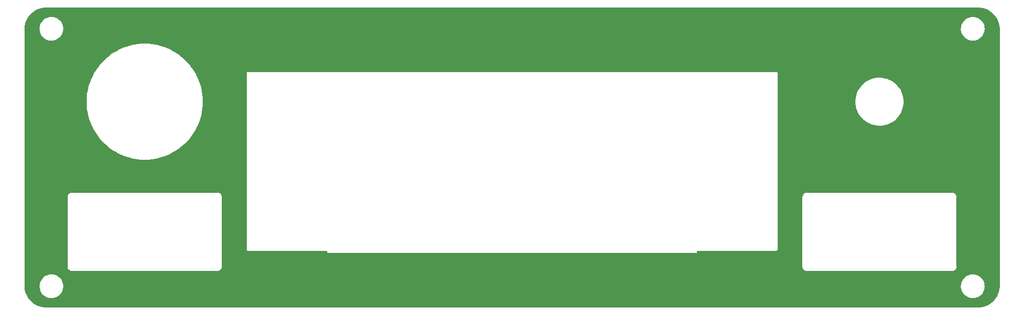
<source format=gbr>
%TF.GenerationSoftware,KiCad,Pcbnew,6.0.1-79c1e3a40b~116~ubuntu18.04.1*%
%TF.CreationDate,2022-01-19T06:10:36+01:00*%
%TF.ProjectId,ss_frontpanel_outer_plate_Al,73735f66-726f-46e7-9470-616e656c5f6f,rev?*%
%TF.SameCoordinates,Original*%
%TF.FileFunction,Copper,L1,Top*%
%TF.FilePolarity,Positive*%
%FSLAX46Y46*%
G04 Gerber Fmt 4.6, Leading zero omitted, Abs format (unit mm)*
G04 Created by KiCad (PCBNEW 6.0.1-79c1e3a40b~116~ubuntu18.04.1) date 2022-01-19 06:10:36*
%MOMM*%
%LPD*%
G01*
G04 APERTURE LIST*
G04 APERTURE END LIST*
%TA.AperFunction,NonConductor*%
G36*
X228594190Y-49071590D02*
G01*
X228601973Y-49073379D01*
X228609642Y-49075143D01*
X228616505Y-49073590D01*
X228616507Y-49073590D01*
X228619214Y-49072977D01*
X228620050Y-49072788D01*
X228636910Y-49071322D01*
X228968619Y-49087617D01*
X228974714Y-49088218D01*
X229326856Y-49140453D01*
X229332862Y-49141648D01*
X229507185Y-49185314D01*
X229678175Y-49228145D01*
X229684045Y-49229926D01*
X230019212Y-49349851D01*
X230024878Y-49352198D01*
X230346677Y-49504398D01*
X230352086Y-49507289D01*
X230657422Y-49690300D01*
X230662522Y-49693708D01*
X230717153Y-49734225D01*
X230948445Y-49905763D01*
X230953181Y-49909650D01*
X231216948Y-50148715D01*
X231221285Y-50153052D01*
X231460350Y-50416819D01*
X231464241Y-50421560D01*
X231676292Y-50707478D01*
X231679700Y-50712578D01*
X231862711Y-51017914D01*
X231865602Y-51023323D01*
X232017802Y-51345122D01*
X232020149Y-51350788D01*
X232140074Y-51685955D01*
X232141855Y-51691825D01*
X232184686Y-51862815D01*
X232220969Y-52007662D01*
X232228351Y-52037134D01*
X232229547Y-52043144D01*
X232279844Y-52382219D01*
X232281782Y-52395282D01*
X232282383Y-52401381D01*
X232283339Y-52420837D01*
X232298656Y-52732638D01*
X232297142Y-52749707D01*
X232294857Y-52759642D01*
X232296410Y-52766505D01*
X232296410Y-52766507D01*
X232298459Y-52775561D01*
X232300000Y-52789354D01*
X232300000Y-96080184D01*
X232298410Y-96094190D01*
X232294857Y-96109642D01*
X232296410Y-96116505D01*
X232296410Y-96116507D01*
X232297212Y-96120049D01*
X232298678Y-96136910D01*
X232283339Y-96449163D01*
X232282383Y-96468614D01*
X232281782Y-96474714D01*
X232275993Y-96513747D01*
X232229548Y-96826851D01*
X232228352Y-96832862D01*
X232187876Y-96994449D01*
X232141855Y-97178175D01*
X232140074Y-97184045D01*
X232020149Y-97519212D01*
X232017802Y-97524878D01*
X231865602Y-97846677D01*
X231862711Y-97852086D01*
X231679700Y-98157422D01*
X231676292Y-98162522D01*
X231464241Y-98448440D01*
X231460350Y-98453181D01*
X231221285Y-98716948D01*
X231216948Y-98721285D01*
X230953181Y-98960350D01*
X230948445Y-98964237D01*
X230838457Y-99045810D01*
X230662522Y-99176292D01*
X230657422Y-99179700D01*
X230352086Y-99362711D01*
X230346677Y-99365602D01*
X230024878Y-99517802D01*
X230019212Y-99520149D01*
X229684045Y-99640074D01*
X229678175Y-99641855D01*
X229507185Y-99684686D01*
X229332862Y-99728352D01*
X229326856Y-99729547D01*
X228974714Y-99781782D01*
X228968619Y-99782383D01*
X228637359Y-99798656D01*
X228620293Y-99797142D01*
X228610358Y-99794857D01*
X228603495Y-99796410D01*
X228603493Y-99796410D01*
X228594439Y-99798459D01*
X228580646Y-99800000D01*
X71419816Y-99800000D01*
X71405810Y-99798410D01*
X71397220Y-99796435D01*
X71390358Y-99794857D01*
X71383495Y-99796410D01*
X71383493Y-99796410D01*
X71380786Y-99797023D01*
X71379950Y-99797212D01*
X71363090Y-99798678D01*
X71031381Y-99782383D01*
X71025286Y-99781782D01*
X70673144Y-99729547D01*
X70667138Y-99728352D01*
X70492815Y-99684686D01*
X70321825Y-99641855D01*
X70315955Y-99640074D01*
X69980788Y-99520149D01*
X69975122Y-99517802D01*
X69653323Y-99365602D01*
X69647914Y-99362711D01*
X69342578Y-99179700D01*
X69337478Y-99176292D01*
X69161543Y-99045810D01*
X69051555Y-98964237D01*
X69046819Y-98960350D01*
X68783052Y-98721285D01*
X68778715Y-98716948D01*
X68539650Y-98453181D01*
X68535759Y-98448440D01*
X68323708Y-98162522D01*
X68320300Y-98157422D01*
X68137289Y-97852086D01*
X68134398Y-97846677D01*
X67982198Y-97524878D01*
X67979851Y-97519212D01*
X67859926Y-97184045D01*
X67858145Y-97178175D01*
X67812124Y-96994449D01*
X67771648Y-96832862D01*
X67770452Y-96826851D01*
X67724008Y-96513747D01*
X67718218Y-96474714D01*
X67717617Y-96468614D01*
X67716770Y-96451370D01*
X67702874Y-96168497D01*
X70244637Y-96168497D01*
X70260205Y-96451370D01*
X70315474Y-96729226D01*
X70316202Y-96731298D01*
X70316203Y-96731303D01*
X70362219Y-96862338D01*
X70409342Y-96996524D01*
X70439171Y-97053947D01*
X70505248Y-97181150D01*
X70539936Y-97247928D01*
X70704651Y-97478424D01*
X70900199Y-97683412D01*
X71122680Y-97858801D01*
X71367654Y-98001093D01*
X71630232Y-98107448D01*
X71905177Y-98175745D01*
X72002896Y-98185757D01*
X72145206Y-98200338D01*
X72145212Y-98200338D01*
X72146790Y-98200500D01*
X72322170Y-98200500D01*
X72349619Y-98198556D01*
X72530394Y-98185757D01*
X72530398Y-98185756D01*
X72532593Y-98185601D01*
X72534747Y-98185137D01*
X72534749Y-98185137D01*
X72600132Y-98171060D01*
X72809547Y-98125975D01*
X73075337Y-98027920D01*
X73077275Y-98026875D01*
X73077278Y-98026873D01*
X73322708Y-97894446D01*
X73324660Y-97893393D01*
X73552540Y-97725078D01*
X73754430Y-97526334D01*
X73823837Y-97435389D01*
X73924969Y-97302876D01*
X73924972Y-97302871D01*
X73926304Y-97301126D01*
X73957196Y-97245965D01*
X74063653Y-97055870D01*
X74064730Y-97053947D01*
X74166948Y-96789730D01*
X74230918Y-96513747D01*
X74236321Y-96451370D01*
X74255173Y-96233698D01*
X74255173Y-96233696D01*
X74255363Y-96231503D01*
X74251895Y-96168497D01*
X225744637Y-96168497D01*
X225760205Y-96451370D01*
X225815474Y-96729226D01*
X225816202Y-96731298D01*
X225816203Y-96731303D01*
X225862219Y-96862338D01*
X225909342Y-96996524D01*
X225939171Y-97053947D01*
X226005248Y-97181150D01*
X226039936Y-97247928D01*
X226204651Y-97478424D01*
X226400199Y-97683412D01*
X226622680Y-97858801D01*
X226867654Y-98001093D01*
X227130232Y-98107448D01*
X227405177Y-98175745D01*
X227502896Y-98185757D01*
X227645206Y-98200338D01*
X227645212Y-98200338D01*
X227646790Y-98200500D01*
X227822170Y-98200500D01*
X227849619Y-98198556D01*
X228030394Y-98185757D01*
X228030398Y-98185756D01*
X228032593Y-98185601D01*
X228034747Y-98185137D01*
X228034749Y-98185137D01*
X228100132Y-98171060D01*
X228309547Y-98125975D01*
X228575337Y-98027920D01*
X228577275Y-98026875D01*
X228577278Y-98026873D01*
X228822708Y-97894446D01*
X228824660Y-97893393D01*
X229052540Y-97725078D01*
X229254430Y-97526334D01*
X229323837Y-97435389D01*
X229424969Y-97302876D01*
X229424972Y-97302871D01*
X229426304Y-97301126D01*
X229457196Y-97245965D01*
X229563653Y-97055870D01*
X229564730Y-97053947D01*
X229666948Y-96789730D01*
X229730918Y-96513747D01*
X229736321Y-96451370D01*
X229755173Y-96233698D01*
X229755173Y-96233696D01*
X229755363Y-96231503D01*
X229739795Y-95948630D01*
X229684526Y-95670774D01*
X229662556Y-95608210D01*
X229591387Y-95405551D01*
X229591385Y-95405547D01*
X229590658Y-95403476D01*
X229460064Y-95152072D01*
X229295349Y-94921576D01*
X229099801Y-94716588D01*
X228877320Y-94541199D01*
X228632346Y-94398907D01*
X228369768Y-94292552D01*
X228094823Y-94224255D01*
X227976498Y-94212132D01*
X227854794Y-94199662D01*
X227854788Y-94199662D01*
X227853210Y-94199500D01*
X227677830Y-94199500D01*
X227650381Y-94201444D01*
X227469606Y-94214243D01*
X227469602Y-94214244D01*
X227467407Y-94214399D01*
X227465253Y-94214863D01*
X227465251Y-94214863D01*
X227422668Y-94224031D01*
X227190453Y-94274025D01*
X226924663Y-94372080D01*
X226922725Y-94373125D01*
X226922722Y-94373127D01*
X226872890Y-94400015D01*
X226675340Y-94506607D01*
X226447460Y-94674922D01*
X226245570Y-94873666D01*
X226176163Y-94964611D01*
X226075031Y-95097124D01*
X226075028Y-95097129D01*
X226073696Y-95098874D01*
X226072621Y-95100793D01*
X226072620Y-95100795D01*
X225974236Y-95276473D01*
X225935270Y-95346053D01*
X225833052Y-95610270D01*
X225769082Y-95886253D01*
X225768891Y-95888455D01*
X225768891Y-95888457D01*
X225744827Y-96166302D01*
X225744637Y-96168497D01*
X74251895Y-96168497D01*
X74239795Y-95948630D01*
X74184526Y-95670774D01*
X74162556Y-95608210D01*
X74091387Y-95405551D01*
X74091385Y-95405547D01*
X74090658Y-95403476D01*
X73960064Y-95152072D01*
X73795349Y-94921576D01*
X73599801Y-94716588D01*
X73377320Y-94541199D01*
X73132346Y-94398907D01*
X72869768Y-94292552D01*
X72594823Y-94224255D01*
X72476498Y-94212132D01*
X72354794Y-94199662D01*
X72354788Y-94199662D01*
X72353210Y-94199500D01*
X72177830Y-94199500D01*
X72150381Y-94201444D01*
X71969606Y-94214243D01*
X71969602Y-94214244D01*
X71967407Y-94214399D01*
X71965253Y-94214863D01*
X71965251Y-94214863D01*
X71922668Y-94224031D01*
X71690453Y-94274025D01*
X71424663Y-94372080D01*
X71422725Y-94373125D01*
X71422722Y-94373127D01*
X71372890Y-94400015D01*
X71175340Y-94506607D01*
X70947460Y-94674922D01*
X70745570Y-94873666D01*
X70676163Y-94964611D01*
X70575031Y-95097124D01*
X70575028Y-95097129D01*
X70573696Y-95098874D01*
X70572621Y-95100793D01*
X70572620Y-95100795D01*
X70474236Y-95276473D01*
X70435270Y-95346053D01*
X70333052Y-95610270D01*
X70269082Y-95886253D01*
X70268891Y-95888455D01*
X70268891Y-95888457D01*
X70244827Y-96166302D01*
X70244637Y-96168497D01*
X67702874Y-96168497D01*
X67701344Y-96137359D01*
X67702858Y-96120293D01*
X67705143Y-96110358D01*
X67703429Y-96102780D01*
X67701541Y-96094439D01*
X67700000Y-96080646D01*
X67700000Y-92900000D01*
X74994857Y-92900000D01*
X74995641Y-92903436D01*
X74997070Y-92909702D01*
X74998333Y-92917471D01*
X75010129Y-93037224D01*
X75011020Y-93040161D01*
X75042126Y-93142705D01*
X75050155Y-93169175D01*
X75115155Y-93290781D01*
X75202631Y-93397369D01*
X75309219Y-93484845D01*
X75311928Y-93486293D01*
X75311931Y-93486295D01*
X75358091Y-93510968D01*
X75430825Y-93549845D01*
X75433757Y-93550735D01*
X75433761Y-93550736D01*
X75536235Y-93581820D01*
X75562776Y-93589871D01*
X75565828Y-93590172D01*
X75565830Y-93590172D01*
X75681558Y-93601571D01*
X75689537Y-93602883D01*
X75699284Y-93605142D01*
X75700000Y-93605143D01*
X75715686Y-93601565D01*
X75729585Y-93600000D01*
X100269950Y-93600000D01*
X100284062Y-93601614D01*
X100295836Y-93604343D01*
X100295838Y-93604343D01*
X100299284Y-93605142D01*
X100300000Y-93605143D01*
X100309705Y-93602930D01*
X100317471Y-93601667D01*
X100434170Y-93590172D01*
X100434172Y-93590172D01*
X100437224Y-93589871D01*
X100463765Y-93581820D01*
X100566239Y-93550736D01*
X100566243Y-93550735D01*
X100569175Y-93549845D01*
X100641909Y-93510968D01*
X100688069Y-93486295D01*
X100688072Y-93486293D01*
X100690781Y-93484845D01*
X100797369Y-93397369D01*
X100884845Y-93290781D01*
X100949845Y-93169175D01*
X100957875Y-93142705D01*
X100988980Y-93040161D01*
X100989871Y-93037224D01*
X101001571Y-92918441D01*
X101002884Y-92910458D01*
X101003060Y-92909702D01*
X101005142Y-92900716D01*
X101005143Y-92900000D01*
X198994857Y-92900000D01*
X198995641Y-92903436D01*
X198997070Y-92909702D01*
X198998333Y-92917471D01*
X199010129Y-93037224D01*
X199011020Y-93040161D01*
X199042126Y-93142705D01*
X199050155Y-93169175D01*
X199115155Y-93290781D01*
X199202631Y-93397369D01*
X199309219Y-93484845D01*
X199311928Y-93486293D01*
X199311931Y-93486295D01*
X199358091Y-93510968D01*
X199430825Y-93549845D01*
X199433757Y-93550735D01*
X199433761Y-93550736D01*
X199536235Y-93581820D01*
X199562776Y-93589871D01*
X199565828Y-93590172D01*
X199565830Y-93590172D01*
X199681558Y-93601571D01*
X199689537Y-93602883D01*
X199699284Y-93605142D01*
X199700000Y-93605143D01*
X199715686Y-93601565D01*
X199729585Y-93600000D01*
X224269950Y-93600000D01*
X224284062Y-93601614D01*
X224295836Y-93604343D01*
X224295838Y-93604343D01*
X224299284Y-93605142D01*
X224300000Y-93605143D01*
X224309705Y-93602930D01*
X224317471Y-93601667D01*
X224434170Y-93590172D01*
X224434172Y-93590172D01*
X224437224Y-93589871D01*
X224463765Y-93581820D01*
X224566239Y-93550736D01*
X224566243Y-93550735D01*
X224569175Y-93549845D01*
X224641909Y-93510968D01*
X224688069Y-93486295D01*
X224688072Y-93486293D01*
X224690781Y-93484845D01*
X224797369Y-93397369D01*
X224884845Y-93290781D01*
X224949845Y-93169175D01*
X224957875Y-93142705D01*
X224988980Y-93040161D01*
X224989871Y-93037224D01*
X225001571Y-92918441D01*
X225002884Y-92910458D01*
X225003060Y-92909702D01*
X225005142Y-92900716D01*
X225005143Y-92900000D01*
X225001565Y-92884314D01*
X225000000Y-92870415D01*
X225000000Y-81130050D01*
X225001614Y-81115938D01*
X225004343Y-81104164D01*
X225004343Y-81104162D01*
X225005142Y-81100716D01*
X225005143Y-81100000D01*
X225002930Y-81090295D01*
X225001667Y-81082529D01*
X224990172Y-80965830D01*
X224990172Y-80965828D01*
X224989871Y-80962776D01*
X224978007Y-80923665D01*
X224950736Y-80833761D01*
X224950735Y-80833757D01*
X224949845Y-80830825D01*
X224884845Y-80709219D01*
X224797369Y-80602631D01*
X224690781Y-80515155D01*
X224688072Y-80513707D01*
X224688069Y-80513705D01*
X224641909Y-80489032D01*
X224569175Y-80450155D01*
X224566243Y-80449265D01*
X224566239Y-80449264D01*
X224440161Y-80411020D01*
X224440162Y-80411020D01*
X224437224Y-80410129D01*
X224434172Y-80409828D01*
X224434170Y-80409828D01*
X224318442Y-80398429D01*
X224310463Y-80397117D01*
X224300716Y-80394858D01*
X224300000Y-80394857D01*
X224284341Y-80398429D01*
X224284315Y-80398435D01*
X224270415Y-80400000D01*
X199730050Y-80400000D01*
X199715938Y-80398386D01*
X199704164Y-80395657D01*
X199704162Y-80395657D01*
X199700716Y-80394858D01*
X199700000Y-80394857D01*
X199690295Y-80397070D01*
X199682529Y-80398333D01*
X199565830Y-80409828D01*
X199565828Y-80409828D01*
X199562776Y-80410129D01*
X199559838Y-80411020D01*
X199559839Y-80411020D01*
X199433761Y-80449264D01*
X199433757Y-80449265D01*
X199430825Y-80450155D01*
X199358091Y-80489032D01*
X199311931Y-80513705D01*
X199311928Y-80513707D01*
X199309219Y-80515155D01*
X199202631Y-80602631D01*
X199115155Y-80709219D01*
X199050155Y-80830825D01*
X199049265Y-80833757D01*
X199049264Y-80833761D01*
X199021993Y-80923665D01*
X199010129Y-80962776D01*
X199009828Y-80965828D01*
X199009828Y-80965830D01*
X198998429Y-81081558D01*
X198997117Y-81089537D01*
X198994858Y-81099284D01*
X198994857Y-81100000D01*
X198995641Y-81103436D01*
X198998435Y-81115685D01*
X199000000Y-81129585D01*
X199000000Y-92869950D01*
X198998386Y-92884062D01*
X198995657Y-92895836D01*
X198994858Y-92899284D01*
X198994857Y-92900000D01*
X101005143Y-92900000D01*
X101001565Y-92884314D01*
X101000000Y-92870415D01*
X101000000Y-90045449D01*
X105199955Y-90045449D01*
X105203002Y-90051794D01*
X105203002Y-90051795D01*
X105206958Y-90060034D01*
X105211552Y-90073188D01*
X105215150Y-90088962D01*
X105219537Y-90094467D01*
X105225089Y-90101435D01*
X105232549Y-90113328D01*
X105239453Y-90127705D01*
X105244950Y-90132101D01*
X105244951Y-90132102D01*
X105252092Y-90137813D01*
X105261935Y-90147673D01*
X105272015Y-90160323D01*
X105278352Y-90163380D01*
X105278355Y-90163382D01*
X105286378Y-90167251D01*
X105298261Y-90174734D01*
X105310715Y-90184694D01*
X105317572Y-90186271D01*
X105317577Y-90186273D01*
X105326489Y-90188322D01*
X105339634Y-90192938D01*
X105354202Y-90199965D01*
X105375886Y-90199984D01*
X105377201Y-90199985D01*
X105377217Y-90199986D01*
X105377277Y-90200000D01*
X105394123Y-90200000D01*
X105445192Y-90200045D01*
X105445449Y-90200045D01*
X105445528Y-90200007D01*
X105445593Y-90200000D01*
X118737500Y-90200000D01*
X118781694Y-90218306D01*
X118800000Y-90262500D01*
X118800000Y-90394123D01*
X118799955Y-90445449D01*
X118803002Y-90451794D01*
X118803002Y-90451795D01*
X118806958Y-90460034D01*
X118811552Y-90473188D01*
X118815150Y-90488962D01*
X118819537Y-90494467D01*
X118825089Y-90501435D01*
X118832549Y-90513328D01*
X118839453Y-90527705D01*
X118844950Y-90532101D01*
X118844951Y-90532102D01*
X118852092Y-90537813D01*
X118861935Y-90547673D01*
X118872015Y-90560323D01*
X118878352Y-90563380D01*
X118878355Y-90563382D01*
X118886378Y-90567251D01*
X118898261Y-90574734D01*
X118910715Y-90584694D01*
X118917572Y-90586271D01*
X118917577Y-90586273D01*
X118926489Y-90588322D01*
X118939634Y-90592938D01*
X118954202Y-90599965D01*
X118975886Y-90599984D01*
X118977201Y-90599985D01*
X118977217Y-90599986D01*
X118977277Y-90600000D01*
X118994123Y-90600000D01*
X119045192Y-90600045D01*
X119045449Y-90600045D01*
X119045528Y-90600007D01*
X119045593Y-90600000D01*
X180994123Y-90600000D01*
X181038411Y-90600039D01*
X181038412Y-90600039D01*
X181045449Y-90600045D01*
X181051794Y-90596998D01*
X181051795Y-90596998D01*
X181060034Y-90593042D01*
X181073188Y-90588448D01*
X181073776Y-90588314D01*
X181088962Y-90584850D01*
X181101435Y-90574911D01*
X181113329Y-90567450D01*
X181127705Y-90560547D01*
X181132102Y-90555049D01*
X181137813Y-90547908D01*
X181147673Y-90538065D01*
X181147989Y-90537813D01*
X181160323Y-90527985D01*
X181163380Y-90521648D01*
X181163382Y-90521645D01*
X181167251Y-90513622D01*
X181174735Y-90501738D01*
X181174978Y-90501435D01*
X181184694Y-90489285D01*
X181186271Y-90482428D01*
X181186273Y-90482423D01*
X181188322Y-90473511D01*
X181192938Y-90460366D01*
X181193098Y-90460034D01*
X181199965Y-90445798D01*
X181199985Y-90422799D01*
X181199986Y-90422783D01*
X181200000Y-90422723D01*
X181200000Y-90405877D01*
X181200045Y-90354551D01*
X181200007Y-90354472D01*
X181200000Y-90354407D01*
X181200000Y-90262500D01*
X181218306Y-90218306D01*
X181262500Y-90200000D01*
X194594123Y-90200000D01*
X194638411Y-90200039D01*
X194638412Y-90200039D01*
X194645449Y-90200045D01*
X194651794Y-90196998D01*
X194651795Y-90196998D01*
X194660034Y-90193042D01*
X194673188Y-90188448D01*
X194673776Y-90188314D01*
X194688962Y-90184850D01*
X194701435Y-90174911D01*
X194713329Y-90167450D01*
X194727705Y-90160547D01*
X194732102Y-90155049D01*
X194737813Y-90147908D01*
X194747673Y-90138065D01*
X194747989Y-90137813D01*
X194760323Y-90127985D01*
X194763380Y-90121648D01*
X194763382Y-90121645D01*
X194767251Y-90113622D01*
X194774735Y-90101738D01*
X194774978Y-90101435D01*
X194784694Y-90089285D01*
X194786271Y-90082428D01*
X194786273Y-90082423D01*
X194788322Y-90073511D01*
X194792938Y-90060366D01*
X194793098Y-90060034D01*
X194799965Y-90045798D01*
X194799985Y-90022799D01*
X194799986Y-90022783D01*
X194800000Y-90022723D01*
X194800000Y-90005877D01*
X194800045Y-89954551D01*
X194800007Y-89954472D01*
X194800000Y-89954407D01*
X194800000Y-65084933D01*
X207945348Y-65084933D01*
X207945457Y-65086471D01*
X207945457Y-65086477D01*
X207973722Y-65485667D01*
X207973832Y-65487220D01*
X207974095Y-65488753D01*
X207974096Y-65488758D01*
X208013517Y-65718174D01*
X208042130Y-65884689D01*
X208149566Y-66273409D01*
X208295079Y-66649537D01*
X208295784Y-66650929D01*
X208400943Y-66858658D01*
X208477229Y-67009353D01*
X208694216Y-67349299D01*
X208764469Y-67438414D01*
X208897181Y-67606758D01*
X208943893Y-67666012D01*
X209223791Y-67956362D01*
X209224964Y-67957358D01*
X209224973Y-67957367D01*
X209311464Y-68030846D01*
X209531143Y-68217477D01*
X209862909Y-68446775D01*
X210215809Y-68641988D01*
X210217229Y-68642598D01*
X210217235Y-68642601D01*
X210393029Y-68718128D01*
X210586352Y-68801186D01*
X210794865Y-68867130D01*
X210969387Y-68922324D01*
X210969392Y-68922325D01*
X210970874Y-68922794D01*
X210972395Y-68923113D01*
X210972402Y-68923115D01*
X211364044Y-69005290D01*
X211365574Y-69005611D01*
X211367123Y-69005778D01*
X211367130Y-69005779D01*
X211758692Y-69047970D01*
X211766547Y-69048816D01*
X211810150Y-69050072D01*
X211824585Y-69050488D01*
X211824594Y-69050488D01*
X211825006Y-69050500D01*
X212101261Y-69050500D01*
X212354567Y-69037890D01*
X212401250Y-69035566D01*
X212401252Y-69035566D01*
X212402795Y-69035489D01*
X212404330Y-69035258D01*
X212404332Y-69035258D01*
X212800066Y-68975762D01*
X212800072Y-68975761D01*
X212801607Y-68975530D01*
X212803108Y-68975149D01*
X212803112Y-68975148D01*
X213190994Y-68876639D01*
X213191000Y-68876637D01*
X213192493Y-68876258D01*
X213473557Y-68774237D01*
X213570117Y-68739187D01*
X213570119Y-68739186D01*
X213571585Y-68738654D01*
X213935137Y-68564079D01*
X213936449Y-68563280D01*
X213936454Y-68563277D01*
X214278230Y-68355065D01*
X214278239Y-68355059D01*
X214279552Y-68354259D01*
X214504904Y-68184136D01*
X214600183Y-68112208D01*
X214600188Y-68112204D01*
X214601425Y-68111270D01*
X214689426Y-68029923D01*
X214896438Y-67838562D01*
X214897573Y-67837513D01*
X215165068Y-67535697D01*
X215202972Y-67483239D01*
X215400353Y-67210066D01*
X215400357Y-67210060D01*
X215401263Y-67208806D01*
X215603824Y-66860072D01*
X215613758Y-66838223D01*
X215770106Y-66494355D01*
X215770110Y-66494346D01*
X215770747Y-66492944D01*
X215900381Y-66111053D01*
X215952850Y-65884689D01*
X215991097Y-65719682D01*
X215991099Y-65719672D01*
X215991446Y-65718174D01*
X216043039Y-65318194D01*
X216054652Y-64915067D01*
X216038027Y-64680259D01*
X216026278Y-64514333D01*
X216026278Y-64514332D01*
X216026168Y-64512780D01*
X216004098Y-64384337D01*
X215958136Y-64116859D01*
X215957870Y-64115311D01*
X215850434Y-63726591D01*
X215704921Y-63350463D01*
X215609402Y-63161777D01*
X215523476Y-62992039D01*
X215523473Y-62992034D01*
X215522771Y-62990647D01*
X215305784Y-62650701D01*
X215056107Y-62333988D01*
X214776209Y-62043638D01*
X214775036Y-62042642D01*
X214775027Y-62042633D01*
X214470049Y-61783536D01*
X214468857Y-61782523D01*
X214137091Y-61553225D01*
X213784191Y-61358012D01*
X213782771Y-61357402D01*
X213782765Y-61357399D01*
X213557954Y-61260813D01*
X213413648Y-61198814D01*
X213175067Y-61123361D01*
X213030613Y-61077676D01*
X213030608Y-61077675D01*
X213029126Y-61077206D01*
X213027605Y-61076887D01*
X213027598Y-61076885D01*
X212635956Y-60994710D01*
X212635955Y-60994710D01*
X212634426Y-60994389D01*
X212632877Y-60994222D01*
X212632870Y-60994221D01*
X212234678Y-60951316D01*
X212233453Y-60951184D01*
X212189850Y-60949928D01*
X212175415Y-60949512D01*
X212175406Y-60949512D01*
X212174994Y-60949500D01*
X211898739Y-60949500D01*
X211645433Y-60962110D01*
X211598750Y-60964434D01*
X211598748Y-60964434D01*
X211597205Y-60964511D01*
X211595670Y-60964742D01*
X211595668Y-60964742D01*
X211199934Y-61024238D01*
X211199928Y-61024239D01*
X211198393Y-61024470D01*
X211196892Y-61024851D01*
X211196888Y-61024852D01*
X210809006Y-61123361D01*
X210809000Y-61123363D01*
X210807507Y-61123742D01*
X210428415Y-61261346D01*
X210064863Y-61435921D01*
X210063551Y-61436720D01*
X210063546Y-61436723D01*
X209721770Y-61644935D01*
X209721761Y-61644941D01*
X209720448Y-61645741D01*
X209719217Y-61646670D01*
X209719213Y-61646673D01*
X209399817Y-61887792D01*
X209399812Y-61887796D01*
X209398575Y-61888730D01*
X209397435Y-61889784D01*
X209397430Y-61889788D01*
X209309552Y-61971022D01*
X209102427Y-62162487D01*
X208834932Y-62464303D01*
X208834026Y-62465557D01*
X208765317Y-62560650D01*
X208598737Y-62791194D01*
X208396176Y-63139928D01*
X208395534Y-63141340D01*
X208395533Y-63141342D01*
X208229894Y-63505645D01*
X208229890Y-63505654D01*
X208229253Y-63507056D01*
X208099619Y-63888947D01*
X208099268Y-63890462D01*
X208008903Y-64280318D01*
X208008901Y-64280328D01*
X208008554Y-64281826D01*
X207956961Y-64681806D01*
X207945348Y-65084933D01*
X194800000Y-65084933D01*
X194800000Y-60205877D01*
X194800039Y-60161589D01*
X194800039Y-60161588D01*
X194800045Y-60154551D01*
X194796834Y-60147864D01*
X194793042Y-60139966D01*
X194788448Y-60126812D01*
X194786415Y-60117901D01*
X194784850Y-60111038D01*
X194774911Y-60098565D01*
X194767450Y-60086671D01*
X194760547Y-60072295D01*
X194755049Y-60067898D01*
X194747908Y-60062187D01*
X194738065Y-60052327D01*
X194737878Y-60052092D01*
X194727985Y-60039677D01*
X194721648Y-60036620D01*
X194721645Y-60036618D01*
X194713622Y-60032749D01*
X194701738Y-60025265D01*
X194694782Y-60019702D01*
X194689285Y-60015306D01*
X194682428Y-60013729D01*
X194682423Y-60013727D01*
X194673511Y-60011678D01*
X194660366Y-60007062D01*
X194660150Y-60006958D01*
X194645798Y-60000035D01*
X194624114Y-60000016D01*
X194622799Y-60000015D01*
X194622783Y-60000014D01*
X194622723Y-60000000D01*
X194605877Y-60000000D01*
X194554808Y-59999955D01*
X194554551Y-59999955D01*
X194554472Y-59999993D01*
X194554407Y-60000000D01*
X105405877Y-60000000D01*
X105361589Y-59999961D01*
X105361588Y-59999961D01*
X105354551Y-59999955D01*
X105348206Y-60003002D01*
X105348205Y-60003002D01*
X105339966Y-60006958D01*
X105326812Y-60011552D01*
X105311038Y-60015150D01*
X105305532Y-60019537D01*
X105305533Y-60019537D01*
X105298565Y-60025089D01*
X105286672Y-60032549D01*
X105272295Y-60039453D01*
X105267899Y-60044950D01*
X105267898Y-60044951D01*
X105262187Y-60052092D01*
X105252327Y-60061935D01*
X105239677Y-60072015D01*
X105236620Y-60078352D01*
X105236618Y-60078355D01*
X105232749Y-60086378D01*
X105225266Y-60098261D01*
X105215306Y-60110715D01*
X105213729Y-60117572D01*
X105213727Y-60117577D01*
X105211678Y-60126489D01*
X105207062Y-60139634D01*
X105200035Y-60154202D01*
X105200029Y-60161239D01*
X105200015Y-60177201D01*
X105200014Y-60177217D01*
X105200000Y-60177277D01*
X105200000Y-60194123D01*
X105199955Y-60245449D01*
X105199993Y-60245528D01*
X105200000Y-60245593D01*
X105200000Y-89994123D01*
X105199955Y-90045449D01*
X101000000Y-90045449D01*
X101000000Y-81130050D01*
X101001614Y-81115938D01*
X101004343Y-81104164D01*
X101004343Y-81104162D01*
X101005142Y-81100716D01*
X101005143Y-81100000D01*
X101002930Y-81090295D01*
X101001667Y-81082529D01*
X100990172Y-80965830D01*
X100990172Y-80965828D01*
X100989871Y-80962776D01*
X100978007Y-80923665D01*
X100950736Y-80833761D01*
X100950735Y-80833757D01*
X100949845Y-80830825D01*
X100884845Y-80709219D01*
X100797369Y-80602631D01*
X100690781Y-80515155D01*
X100688072Y-80513707D01*
X100688069Y-80513705D01*
X100641909Y-80489032D01*
X100569175Y-80450155D01*
X100566243Y-80449265D01*
X100566239Y-80449264D01*
X100440161Y-80411020D01*
X100440162Y-80411020D01*
X100437224Y-80410129D01*
X100434172Y-80409828D01*
X100434170Y-80409828D01*
X100318442Y-80398429D01*
X100310463Y-80397117D01*
X100300716Y-80394858D01*
X100300000Y-80394857D01*
X100284341Y-80398429D01*
X100284315Y-80398435D01*
X100270415Y-80400000D01*
X75730050Y-80400000D01*
X75715938Y-80398386D01*
X75704164Y-80395657D01*
X75704162Y-80395657D01*
X75700716Y-80394858D01*
X75700000Y-80394857D01*
X75690295Y-80397070D01*
X75682529Y-80398333D01*
X75565830Y-80409828D01*
X75565828Y-80409828D01*
X75562776Y-80410129D01*
X75559838Y-80411020D01*
X75559839Y-80411020D01*
X75433761Y-80449264D01*
X75433757Y-80449265D01*
X75430825Y-80450155D01*
X75358091Y-80489032D01*
X75311931Y-80513705D01*
X75311928Y-80513707D01*
X75309219Y-80515155D01*
X75202631Y-80602631D01*
X75115155Y-80709219D01*
X75050155Y-80830825D01*
X75049265Y-80833757D01*
X75049264Y-80833761D01*
X75021993Y-80923665D01*
X75010129Y-80962776D01*
X75009828Y-80965828D01*
X75009828Y-80965830D01*
X74998429Y-81081558D01*
X74997117Y-81089537D01*
X74994858Y-81099284D01*
X74994857Y-81100000D01*
X74995641Y-81103436D01*
X74998435Y-81115685D01*
X75000000Y-81129585D01*
X75000000Y-92869950D01*
X74998386Y-92884062D01*
X74995657Y-92895836D01*
X74994858Y-92899284D01*
X74994857Y-92900000D01*
X67700000Y-92900000D01*
X67700000Y-65000000D01*
X78194962Y-65000000D01*
X78194993Y-65000986D01*
X78201664Y-65213261D01*
X78210274Y-65487220D01*
X78214310Y-65615663D01*
X78272278Y-66228897D01*
X78368636Y-66837281D01*
X78407099Y-67009353D01*
X78483360Y-67350525D01*
X78503005Y-67438414D01*
X78503277Y-67439350D01*
X78569129Y-67666012D01*
X78674855Y-68029923D01*
X78675184Y-68030837D01*
X78675187Y-68030846D01*
X78730375Y-68184136D01*
X78883506Y-68609475D01*
X78883890Y-68610361D01*
X78883891Y-68610365D01*
X79074338Y-69050461D01*
X79128136Y-69174782D01*
X79128575Y-69175643D01*
X79407335Y-69722741D01*
X79407344Y-69722758D01*
X79407780Y-69723613D01*
X79576586Y-70009049D01*
X79720825Y-70252944D01*
X79720833Y-70252957D01*
X79721333Y-70253802D01*
X80067558Y-70763257D01*
X80445088Y-71249966D01*
X80852435Y-71712010D01*
X81287990Y-72147565D01*
X81750034Y-72554912D01*
X81750797Y-72555504D01*
X81750802Y-72555508D01*
X82150551Y-72865585D01*
X82236743Y-72932442D01*
X82746198Y-73278667D01*
X82747043Y-73279167D01*
X82747056Y-73279175D01*
X82990951Y-73423414D01*
X83276387Y-73592220D01*
X83277242Y-73592656D01*
X83277259Y-73592665D01*
X83506304Y-73709369D01*
X83825218Y-73871864D01*
X83826093Y-73872243D01*
X83826098Y-73872245D01*
X84334655Y-74092317D01*
X84390525Y-74116494D01*
X84635744Y-74204778D01*
X84969154Y-74324813D01*
X84969163Y-74324816D01*
X84970077Y-74325145D01*
X84971009Y-74325416D01*
X84971022Y-74325420D01*
X85227680Y-74399986D01*
X85561586Y-74496995D01*
X85562523Y-74497204D01*
X85562529Y-74497206D01*
X85759595Y-74541255D01*
X86162719Y-74631364D01*
X86771103Y-74727722D01*
X87384337Y-74785690D01*
X87385299Y-74785720D01*
X87385311Y-74785721D01*
X87999014Y-74805007D01*
X88000000Y-74805038D01*
X88000986Y-74805007D01*
X88614689Y-74785721D01*
X88614701Y-74785720D01*
X88615663Y-74785690D01*
X89228897Y-74727722D01*
X89837281Y-74631364D01*
X90240405Y-74541255D01*
X90437471Y-74497206D01*
X90437477Y-74497204D01*
X90438414Y-74496995D01*
X90772320Y-74399986D01*
X91028978Y-74325420D01*
X91028991Y-74325416D01*
X91029923Y-74325145D01*
X91030837Y-74324816D01*
X91030846Y-74324813D01*
X91364256Y-74204778D01*
X91609475Y-74116494D01*
X91665345Y-74092317D01*
X92173902Y-73872245D01*
X92173907Y-73872243D01*
X92174782Y-73871864D01*
X92493696Y-73709369D01*
X92722741Y-73592665D01*
X92722758Y-73592656D01*
X92723613Y-73592220D01*
X93009049Y-73423414D01*
X93252944Y-73279175D01*
X93252957Y-73279167D01*
X93253802Y-73278667D01*
X93763257Y-72932442D01*
X93849449Y-72865585D01*
X94249198Y-72555508D01*
X94249203Y-72555504D01*
X94249966Y-72554912D01*
X94712010Y-72147565D01*
X95147565Y-71712010D01*
X95554912Y-71249966D01*
X95932442Y-70763257D01*
X96278667Y-70253802D01*
X96279167Y-70252957D01*
X96279175Y-70252944D01*
X96423414Y-70009049D01*
X96592220Y-69723613D01*
X96592656Y-69722758D01*
X96592665Y-69722741D01*
X96871425Y-69175643D01*
X96871864Y-69174782D01*
X96925663Y-69050461D01*
X97116109Y-68610365D01*
X97116110Y-68610361D01*
X97116494Y-68609475D01*
X97269625Y-68184136D01*
X97324813Y-68030846D01*
X97324816Y-68030837D01*
X97325145Y-68029923D01*
X97430872Y-67666012D01*
X97496723Y-67439350D01*
X97496995Y-67438414D01*
X97516641Y-67350525D01*
X97592901Y-67009353D01*
X97631364Y-66837281D01*
X97727722Y-66228897D01*
X97785690Y-65615663D01*
X97789727Y-65487220D01*
X97805007Y-65000986D01*
X97805038Y-65000000D01*
X97795087Y-64683362D01*
X97785721Y-64385311D01*
X97785720Y-64385299D01*
X97785690Y-64384337D01*
X97727722Y-63771103D01*
X97631364Y-63162719D01*
X97516915Y-62650701D01*
X97497206Y-62562529D01*
X97497204Y-62562523D01*
X97496995Y-62561586D01*
X97431228Y-62335214D01*
X97325420Y-61971022D01*
X97325416Y-61971009D01*
X97325145Y-61970077D01*
X97295859Y-61888730D01*
X97133126Y-61436723D01*
X97116494Y-61390525D01*
X97116109Y-61389635D01*
X96872245Y-60826098D01*
X96872243Y-60826093D01*
X96871864Y-60825218D01*
X96787664Y-60659967D01*
X96592665Y-60277259D01*
X96592656Y-60277242D01*
X96592220Y-60276387D01*
X96333660Y-59839186D01*
X96279175Y-59747056D01*
X96279167Y-59747043D01*
X96278667Y-59746198D01*
X95932442Y-59236743D01*
X95774816Y-59033533D01*
X95555508Y-58750802D01*
X95555504Y-58750797D01*
X95554912Y-58750034D01*
X95147565Y-58287990D01*
X94712010Y-57852435D01*
X94249966Y-57445088D01*
X94160899Y-57376000D01*
X93764014Y-57068145D01*
X93764010Y-57068142D01*
X93763257Y-57067558D01*
X93253802Y-56721333D01*
X93252957Y-56720833D01*
X93252944Y-56720825D01*
X93009049Y-56576586D01*
X92723613Y-56407780D01*
X92722758Y-56407344D01*
X92722741Y-56407335D01*
X92340033Y-56212336D01*
X92174782Y-56128136D01*
X91795810Y-55964140D01*
X91610365Y-55883891D01*
X91610361Y-55883890D01*
X91609475Y-55883506D01*
X91115571Y-55705690D01*
X91030846Y-55675187D01*
X91030837Y-55675184D01*
X91029923Y-55674855D01*
X91028991Y-55674584D01*
X91028978Y-55674580D01*
X90439350Y-55503277D01*
X90438414Y-55503005D01*
X90437477Y-55502796D01*
X90437471Y-55502794D01*
X90240405Y-55458745D01*
X89837281Y-55368636D01*
X89228897Y-55272278D01*
X88615663Y-55214310D01*
X88614701Y-55214280D01*
X88614689Y-55214279D01*
X88000986Y-55194993D01*
X88000000Y-55194962D01*
X87999014Y-55194993D01*
X87385311Y-55214279D01*
X87385299Y-55214280D01*
X87384337Y-55214310D01*
X86771103Y-55272278D01*
X86162719Y-55368636D01*
X85759595Y-55458745D01*
X85562529Y-55502794D01*
X85562523Y-55502796D01*
X85561586Y-55503005D01*
X85560650Y-55503277D01*
X84971022Y-55674580D01*
X84971009Y-55674584D01*
X84970077Y-55674855D01*
X84969163Y-55675184D01*
X84969154Y-55675187D01*
X84884429Y-55705690D01*
X84390525Y-55883506D01*
X84389639Y-55883890D01*
X84389635Y-55883891D01*
X84204191Y-55964140D01*
X83825218Y-56128136D01*
X83659967Y-56212336D01*
X83277259Y-56407335D01*
X83277242Y-56407344D01*
X83276387Y-56407780D01*
X82990951Y-56576586D01*
X82747056Y-56720825D01*
X82747043Y-56720833D01*
X82746198Y-56721333D01*
X82236743Y-57067558D01*
X82235990Y-57068142D01*
X82235986Y-57068145D01*
X81839102Y-57376000D01*
X81750034Y-57445088D01*
X81287990Y-57852435D01*
X80852435Y-58287990D01*
X80445088Y-58750034D01*
X80444496Y-58750797D01*
X80444492Y-58750802D01*
X80225184Y-59033533D01*
X80067558Y-59236743D01*
X79721333Y-59746198D01*
X79720833Y-59747043D01*
X79720825Y-59747056D01*
X79666340Y-59839186D01*
X79407780Y-60276387D01*
X79407344Y-60277242D01*
X79407335Y-60277259D01*
X79212336Y-60659967D01*
X79128136Y-60825218D01*
X79127757Y-60826093D01*
X79127755Y-60826098D01*
X78883891Y-61389635D01*
X78883506Y-61390525D01*
X78866874Y-61436723D01*
X78704142Y-61888730D01*
X78674855Y-61970077D01*
X78674584Y-61971009D01*
X78674580Y-61971022D01*
X78568772Y-62335214D01*
X78503005Y-62561586D01*
X78502796Y-62562523D01*
X78502794Y-62562529D01*
X78483085Y-62650701D01*
X78368636Y-63162719D01*
X78272278Y-63771103D01*
X78214310Y-64384337D01*
X78214280Y-64385299D01*
X78214279Y-64385311D01*
X78204913Y-64683362D01*
X78194962Y-65000000D01*
X67700000Y-65000000D01*
X67700000Y-52789816D01*
X67701590Y-52775810D01*
X67703565Y-52767220D01*
X67705143Y-52760358D01*
X67703430Y-52752785D01*
X67702788Y-52749951D01*
X67701322Y-52733090D01*
X67705969Y-52638497D01*
X70244637Y-52638497D01*
X70260205Y-52921370D01*
X70315474Y-53199226D01*
X70316202Y-53201298D01*
X70316203Y-53201303D01*
X70408613Y-53464449D01*
X70409342Y-53466524D01*
X70539936Y-53717928D01*
X70704651Y-53948424D01*
X70900199Y-54153412D01*
X71122680Y-54328801D01*
X71367654Y-54471093D01*
X71630232Y-54577448D01*
X71905177Y-54645745D01*
X72002896Y-54655757D01*
X72145206Y-54670338D01*
X72145212Y-54670338D01*
X72146790Y-54670500D01*
X72322170Y-54670500D01*
X72349619Y-54668556D01*
X72530394Y-54655757D01*
X72530398Y-54655756D01*
X72532593Y-54655601D01*
X72534747Y-54655137D01*
X72534749Y-54655137D01*
X72600132Y-54641060D01*
X72809547Y-54595975D01*
X73075337Y-54497920D01*
X73077275Y-54496875D01*
X73077278Y-54496873D01*
X73322708Y-54364446D01*
X73324660Y-54363393D01*
X73552540Y-54195078D01*
X73754430Y-53996334D01*
X73823837Y-53905389D01*
X73924969Y-53772876D01*
X73924972Y-53772871D01*
X73926304Y-53771126D01*
X73957196Y-53715965D01*
X74063653Y-53525870D01*
X74064730Y-53523947D01*
X74166948Y-53259730D01*
X74230918Y-52983747D01*
X74236321Y-52921370D01*
X74255173Y-52703698D01*
X74255173Y-52703696D01*
X74255363Y-52701503D01*
X74251895Y-52638497D01*
X225744637Y-52638497D01*
X225760205Y-52921370D01*
X225815474Y-53199226D01*
X225816202Y-53201298D01*
X225816203Y-53201303D01*
X225908613Y-53464449D01*
X225909342Y-53466524D01*
X226039936Y-53717928D01*
X226204651Y-53948424D01*
X226400199Y-54153412D01*
X226622680Y-54328801D01*
X226867654Y-54471093D01*
X227130232Y-54577448D01*
X227405177Y-54645745D01*
X227502896Y-54655757D01*
X227645206Y-54670338D01*
X227645212Y-54670338D01*
X227646790Y-54670500D01*
X227822170Y-54670500D01*
X227849619Y-54668556D01*
X228030394Y-54655757D01*
X228030398Y-54655756D01*
X228032593Y-54655601D01*
X228034747Y-54655137D01*
X228034749Y-54655137D01*
X228100132Y-54641060D01*
X228309547Y-54595975D01*
X228575337Y-54497920D01*
X228577275Y-54496875D01*
X228577278Y-54496873D01*
X228822708Y-54364446D01*
X228824660Y-54363393D01*
X229052540Y-54195078D01*
X229254430Y-53996334D01*
X229323837Y-53905389D01*
X229424969Y-53772876D01*
X229424972Y-53772871D01*
X229426304Y-53771126D01*
X229457196Y-53715965D01*
X229563653Y-53525870D01*
X229564730Y-53523947D01*
X229666948Y-53259730D01*
X229730918Y-52983747D01*
X229736321Y-52921370D01*
X229755173Y-52703698D01*
X229755173Y-52703696D01*
X229755363Y-52701503D01*
X229739795Y-52418630D01*
X229684526Y-52140774D01*
X229662556Y-52078210D01*
X229591387Y-51875551D01*
X229591385Y-51875547D01*
X229590658Y-51873476D01*
X229496298Y-51691825D01*
X229461084Y-51624035D01*
X229461082Y-51624032D01*
X229460064Y-51622072D01*
X229295349Y-51391576D01*
X229099801Y-51186588D01*
X228877320Y-51011199D01*
X228632346Y-50868907D01*
X228369768Y-50762552D01*
X228094823Y-50694255D01*
X227976498Y-50682132D01*
X227854794Y-50669662D01*
X227854788Y-50669662D01*
X227853210Y-50669500D01*
X227677830Y-50669500D01*
X227650381Y-50671444D01*
X227469606Y-50684243D01*
X227469602Y-50684244D01*
X227467407Y-50684399D01*
X227465253Y-50684863D01*
X227465251Y-50684863D01*
X227422668Y-50694031D01*
X227190453Y-50744025D01*
X226924663Y-50842080D01*
X226922725Y-50843125D01*
X226922722Y-50843127D01*
X226872890Y-50870015D01*
X226675340Y-50976607D01*
X226447460Y-51144922D01*
X226245570Y-51343666D01*
X226176163Y-51434611D01*
X226075031Y-51567124D01*
X226075028Y-51567129D01*
X226073696Y-51568874D01*
X226072621Y-51570793D01*
X226072620Y-51570795D01*
X226034131Y-51639523D01*
X225935270Y-51816053D01*
X225833052Y-52080270D01*
X225769082Y-52356253D01*
X225768891Y-52358455D01*
X225768891Y-52358457D01*
X225763488Y-52420837D01*
X225744637Y-52638497D01*
X74251895Y-52638497D01*
X74239795Y-52418630D01*
X74184526Y-52140774D01*
X74162556Y-52078210D01*
X74091387Y-51875551D01*
X74091385Y-51875547D01*
X74090658Y-51873476D01*
X73996298Y-51691825D01*
X73961084Y-51624035D01*
X73961082Y-51624032D01*
X73960064Y-51622072D01*
X73795349Y-51391576D01*
X73599801Y-51186588D01*
X73377320Y-51011199D01*
X73132346Y-50868907D01*
X72869768Y-50762552D01*
X72594823Y-50694255D01*
X72476498Y-50682132D01*
X72354794Y-50669662D01*
X72354788Y-50669662D01*
X72353210Y-50669500D01*
X72177830Y-50669500D01*
X72150381Y-50671444D01*
X71969606Y-50684243D01*
X71969602Y-50684244D01*
X71967407Y-50684399D01*
X71965253Y-50684863D01*
X71965251Y-50684863D01*
X71922668Y-50694031D01*
X71690453Y-50744025D01*
X71424663Y-50842080D01*
X71422725Y-50843125D01*
X71422722Y-50843127D01*
X71372890Y-50870015D01*
X71175340Y-50976607D01*
X70947460Y-51144922D01*
X70745570Y-51343666D01*
X70676163Y-51434611D01*
X70575031Y-51567124D01*
X70575028Y-51567129D01*
X70573696Y-51568874D01*
X70572621Y-51570793D01*
X70572620Y-51570795D01*
X70534131Y-51639523D01*
X70435270Y-51816053D01*
X70333052Y-52080270D01*
X70269082Y-52356253D01*
X70268891Y-52358455D01*
X70268891Y-52358457D01*
X70263488Y-52420837D01*
X70244637Y-52638497D01*
X67705969Y-52638497D01*
X67706077Y-52636302D01*
X67717617Y-52401381D01*
X67718218Y-52395282D01*
X67720156Y-52382219D01*
X67770453Y-52043144D01*
X67771649Y-52037134D01*
X67779032Y-52007662D01*
X67815314Y-51862815D01*
X67858145Y-51691825D01*
X67859926Y-51685955D01*
X67979851Y-51350788D01*
X67982198Y-51345122D01*
X68134398Y-51023323D01*
X68137289Y-51017914D01*
X68320300Y-50712578D01*
X68323708Y-50707478D01*
X68535759Y-50421560D01*
X68539650Y-50416819D01*
X68778715Y-50153052D01*
X68783052Y-50148715D01*
X69046819Y-49909650D01*
X69051555Y-49905763D01*
X69282847Y-49734225D01*
X69337478Y-49693708D01*
X69342578Y-49690300D01*
X69647914Y-49507289D01*
X69653323Y-49504398D01*
X69975122Y-49352198D01*
X69980788Y-49349851D01*
X70315955Y-49229926D01*
X70321825Y-49228145D01*
X70492815Y-49185314D01*
X70667138Y-49141648D01*
X70673144Y-49140453D01*
X71025286Y-49088218D01*
X71031381Y-49087617D01*
X71362641Y-49071344D01*
X71379707Y-49072858D01*
X71389642Y-49075143D01*
X71396505Y-49073590D01*
X71396507Y-49073590D01*
X71405561Y-49071541D01*
X71419354Y-49070000D01*
X228580184Y-49070000D01*
X228594190Y-49071590D01*
G37*
%TD.AperFunction*%
M02*

</source>
